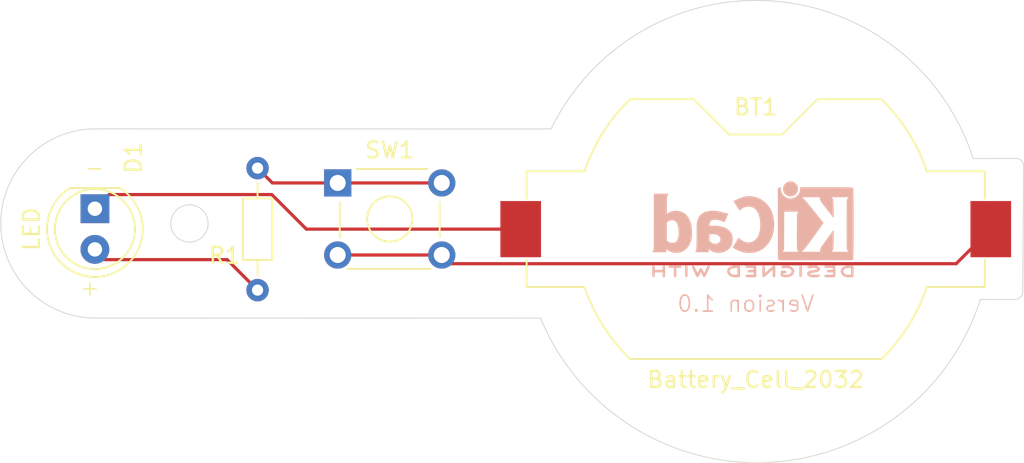
<source format=kicad_pcb>
(kicad_pcb (version 20241229) (generator "pcbnew") (generator_version "9.0")
  (title_block (title "LED Torch ") (rev "1"))
  (layers (0 "F.Cu" signal) (2 "B.Cu" signal) (13 "F.Paste" user) (15 "B.Paste" user) (5 "F.SilkS" user "F.Silkscreen") (7 "B.SilkS" user "B.Silkscreen") (1 "F.Mask" user) (3 "B.Mask" user) (25 "Edge.Cuts" user))
  (net 0 "")
  (net 1 "/LED_cathode")
  (net 2 "/battery_pos")
  (net 3 "/LED_anode")
  (net 4 "Net-(SW1A-A)")
  (footprint "Resistor_THT:R_Axial_DIN0204_L3.6mm_D1.6mm_P7.62mm_Horizontal" (layer "F.Cu") (at 122.555 131.445 -90)
    (property "Reference" "R1" (at 5.455 2.055 180) (layer "F.SilkS"))
    (property "Value" "R")
    (pad "1" thru_hole circle (at 0 0 270) (size 1.4 1.4) (drill 0.7) (layers "*.Cu" "*.Mask") (net 4 "Net-(SW1A-A)"))
    (pad "2" thru_hole circle (at 7.62 0 270) (size 1.4 1.4) (drill 0.7) (layers "*.Cu" "*.Mask") (net 3 "/LED_anode"))
  )
  (footprint "Button_Switch_THT:SW_TH_Tactile_Omron_B3F-10xx" (layer "F.Cu") (at 127.56 132.37)
    (property "Reference" "SW1" (at 3.25 -2.05 0) (layer "F.SilkS"))
    (property "Value" "SW_DPDT_x2" (hide yes))
    (pad "1" thru_hole rect (at 0 0) (size 1.7 1.7) (drill 1) (layers "*.Cu" "*.Mask") (net 4 "Net-(SW1A-A)"))
    (pad "1" thru_hole circle (at 6.5 0) (size 1.7 1.7) (drill 1) (layers "*.Cu" "*.Mask") (net 4 "Net-(SW1A-A)"))
    (pad "2" thru_hole circle (at 0 4.5) (size 1.7 1.7) (drill 1) (layers "*.Cu" "*.Mask") (net 2 "/battery_pos"))
    (pad "2" thru_hole circle (at 6.5 4.5) (size 1.7 1.7) (drill 1) (layers "*.Cu" "*.Mask") (net 2 "/battery_pos"))
  )
  (footprint "Battery:BatteryHolder_Keystone_1058_1x2032" (layer "F.Cu") (at 153.67 135.255 180)
    (property "Reference" "BT1" (at 0 7.62 0) (layer "F.SilkS"))
    (property "Value" "Battery_Cell_2032" (at 0 -9.398 0) (layer "F.SilkS"))
    (pad "1" smd rect (at -14.68 0 180) (size 2.54 3.51) (layers "F.Cu" "F.Mask" "F.Paste") (net 2 "/battery_pos"))
    (pad "2" smd rect (at 14.68 0 180) (size 2.54 3.51) (layers "F.Cu" "F.Mask" "F.Paste") (net 1 "/LED_cathode"))
  )
  (footprint "LED_THT:LED_D5.0mm" (layer "F.Cu") (at 112.395 133.98 -90)
    (property "Reference" "D1" (at -3.18 -2.405 90) (layer "F.SilkS"))
    (property "Value" "LED" (at 1.27 3.96 90) (layer "F.SilkS"))
    (pad "1" thru_hole rect (at 0 0 270) (size 1.8 1.8) (drill 0.9) (layers "*.Cu" "*.Mask") (net 1 "/LED_cathode"))
    (pad "2" thru_hole circle (at 2.54 0 270) (size 1.8 1.8) (drill 0.9) (layers "*.Cu" "*.Mask") (net 3 "/LED_anode"))
  )
  (footprint "Symbol:KiCad-Logo2_5mm_SilkScreen" (layer "B.Cu") (at 153.5 135.255 180)
    (property "Reference" "REF**" (hide yes))
    (property "Value" "KiCad-Logo2_5mm_SilkScreen" (hide yes))
  )
  (gr_circle (center 118.3 134.9) (end 118.9 133.9) (stroke (width 0.05)) (fill no) (layer "Edge.Cuts"))
  (gr_arc (start 169.95 130.847231) (mid 170.270156 130.979844) (end 170.402769 131.3) (stroke (width 0.05)) (layer "Edge.Cuts"))
  (gr_line (start 112.4 128.993439) (end 140.9 128.996826) (stroke (width 0.05)) (layer "Edge.Cuts"))
  (gr_line (start 169.95 130.847231) (end 167.25 130.85) (stroke (width 0.05)) (layer "Edge.Cuts"))
  (gr_arc (start 140.893497 128.993675) (mid 154.699841 121.004039) (end 167.25 130.85) (stroke (width 0.05)) (layer "Edge.Cuts"))
  (gr_arc (start 167.700001 139.645691) (mid 154.372906 149.82801) (end 140.228437 140.815516) (stroke (width 0.05)) (layer "Edge.Cuts"))
  (gr_arc (start 170.348206 139.15) (mid 170.202285 139.502285) (end 169.85 139.648206) (stroke (width 0.05)) (layer "Edge.Cuts"))
  (gr_line (start 169.85 139.648206) (end 167.700001 139.645691) (stroke (width 0.05)) (layer "Edge.Cuts"))
  (gr_line (start 170.402769 131.3) (end 170.348206 139.15) (stroke (width 0.05)) (layer "Edge.Cuts"))
  (gr_arc (start 112.4 140.806561) (mid 106.493439 134.9) (end 112.4 128.993439) (stroke (width 0.05)) (layer "Edge.Cuts"))
  (gr_line (start 112.4 140.806561) (end 140.228437 140.815516) (stroke (width 0.05)) (layer "Edge.Cuts"))
  (gr_text "+" (at 111.4 139.5 0) (layer "F.SilkS") (effects (font (size 1 1) (thickness 0.1)) (justify left bottom)))
  (gr_text "-" (at 111.7 132 0) (layer "F.SilkS") (effects (font (size 1 1) (thickness 0.1)) (justify left bottom)))
  (gr_text "Version 1.0" (at 157.4 140.5 0) (layer "B.SilkS") (effects (font (size 1 1) (thickness 0.1)) (justify left bottom mirror)))
  (segment (start 125.603 135.255) (end 138.99 135.255) (width 0.2) (layer "F.Cu") (net 1))
  (segment (start 123.444 133.096) (end 125.603 135.255) (width 0.2) (layer "F.Cu") (net 1))
  (segment (start 113.279 133.096) (end 123.444 133.096) (width 0.2) (layer "F.Cu") (net 1))
  (segment (start 112.395 133.98) (end 113.279 133.096) (width 0.2) (layer "F.Cu") (net 1))
  (segment (start 134.604 137.414) (end 166.191 137.414) (width 0.2) (layer "F.Cu") (net 2))
  (segment (start 166.191 137.414) (end 168.35 135.255) (width 0.2) (layer "F.Cu") (net 2))
  (segment (start 134.06 136.87) (end 134.604 137.414) (width 0.2) (layer "F.Cu") (net 2))
  (segment (start 127.56 136.87) (end 134.06 136.87) (width 0.2) (layer "F.Cu") (net 2))
  (segment (start 120.65 137.16) (end 122.555 139.065) (width 0.2) (layer "F.Cu") (net 3))
  (segment (start 112.395 136.52) (end 113.035 137.16) (width 0.2) (layer "F.Cu") (net 3))
  (segment (start 113.035 137.16) (end 120.65 137.16) (width 0.2) (layer "F.Cu") (net 3))
  (segment (start 127.56 132.37) (end 123.48 132.37) (width 0.2) (layer "F.Cu") (net 4))
  (segment (start 127.56 132.37) (end 134.06 132.37) (width 0.2) (layer "F.Cu") (net 4))
  (segment (start 123.48 132.37) (end 122.555 131.445) (width 0.2) (layer "F.Cu") (net 4))
)
</source>
